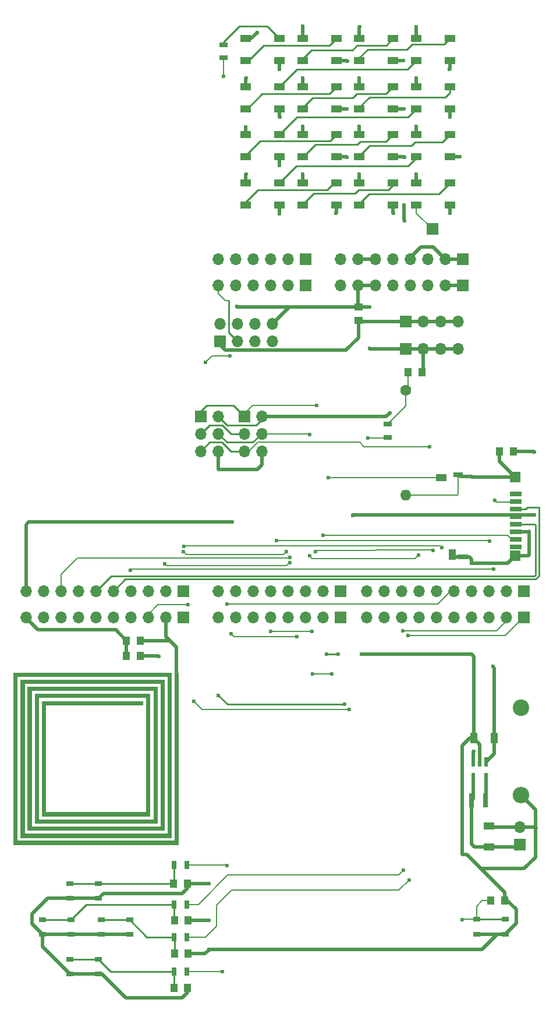
<source format=gtl>
G04 #@! TF.FileFunction,Copper,L1,Top,Signal*
%FSLAX46Y46*%
G04 Gerber Fmt 4.6, Leading zero omitted, Abs format (unit mm)*
G04 Created by KiCad (PCBNEW 4.0.7-e2-6376~58~ubuntu14.04.1) date Tue Sep  5 20:37:50 2017*
%MOMM*%
%LPD*%
G01*
G04 APERTURE LIST*
%ADD10C,0.100000*%
%ADD11C,0.010000*%
%ADD12C,2.400000*%
%ADD13O,2.400000X2.400000*%
%ADD14R,1.000000X1.250000*%
%ADD15R,1.250000X1.000000*%
%ADD16R,1.000000X1.600000*%
%ADD17R,1.600000X1.000000*%
%ADD18R,1.500000X1.000000*%
%ADD19R,1.700000X1.700000*%
%ADD20O,1.700000X1.700000*%
%ADD21C,0.500000*%
%ADD22R,0.800000X2.000000*%
%ADD23R,1.300000X0.700000*%
%ADD24R,0.700000X1.300000*%
%ADD25R,1.050000X0.650000*%
%ADD26C,1.600000*%
%ADD27O,1.600000X1.600000*%
%ADD28R,0.558800X1.320800*%
%ADD29R,1.750440X0.700176*%
%ADD30R,1.752980X0.701191*%
%ADD31R,1.751610X0.700643*%
%ADD32R,1.752180X0.700871*%
%ADD33R,1.752460X0.700982*%
%ADD34R,1.750430X0.700174*%
%ADD35R,1.751770X0.700710*%
%ADD36R,1.752640X0.701055*%
%ADD37R,1.500920X1.500920*%
%ADD38R,1.501800X1.501800*%
%ADD39R,1.501100X0.800585*%
%ADD40R,1.400640X0.800364*%
%ADD41R,1.000010X1.500010*%
%ADD42R,1.501930X1.001290*%
%ADD43C,0.600000*%
%ADD44C,0.500000*%
%ADD45C,0.200000*%
%ADD46C,0.250000*%
G04 APERTURE END LIST*
D10*
D11*
G36*
X93943651Y-146065876D02*
X81948500Y-146059500D01*
X81942125Y-133556350D01*
X81935749Y-121053200D01*
X104897400Y-121053200D01*
X104897401Y-133042029D01*
X104897401Y-145030858D01*
X93943650Y-145024479D01*
X82989900Y-145018100D01*
X82983523Y-133556350D01*
X82977145Y-122094600D01*
X103856000Y-122094600D01*
X103856000Y-143989464D01*
X84031300Y-143976700D01*
X84024920Y-133556350D01*
X84018539Y-123136000D01*
X102840000Y-123136000D01*
X102840000Y-142948000D01*
X93986286Y-142948000D01*
X93179162Y-142947979D01*
X92421335Y-142947913D01*
X91711301Y-142947795D01*
X91047556Y-142947619D01*
X90428598Y-142947379D01*
X89852922Y-142947070D01*
X89319026Y-142946684D01*
X88825407Y-142946216D01*
X88370559Y-142945659D01*
X87952981Y-142945008D01*
X87571168Y-142944256D01*
X87223618Y-142943397D01*
X86908827Y-142942425D01*
X86625291Y-142941334D01*
X86371507Y-142940117D01*
X86145971Y-142938770D01*
X85947181Y-142937284D01*
X85773633Y-142935655D01*
X85623823Y-142933876D01*
X85496247Y-142931941D01*
X85389404Y-142929844D01*
X85301788Y-142927579D01*
X85231897Y-142925140D01*
X85178227Y-142922519D01*
X85139274Y-142919713D01*
X85113537Y-142916713D01*
X85099509Y-142913515D01*
X85096286Y-142911714D01*
X85093067Y-142903458D01*
X85090039Y-142884348D01*
X85087197Y-142852923D01*
X85084535Y-142807721D01*
X85082047Y-142747279D01*
X85079728Y-142670136D01*
X85077573Y-142574831D01*
X85075575Y-142459900D01*
X85073729Y-142323882D01*
X85072029Y-142165315D01*
X85070469Y-141982738D01*
X85069045Y-141774687D01*
X85067750Y-141539702D01*
X85066578Y-141276321D01*
X85065525Y-140983080D01*
X85064584Y-140658519D01*
X85063750Y-140301176D01*
X85063017Y-139909588D01*
X85062379Y-139482294D01*
X85061831Y-139017831D01*
X85061367Y-138514739D01*
X85060982Y-137971554D01*
X85060669Y-137386815D01*
X85060424Y-136759060D01*
X85060240Y-136086826D01*
X85060113Y-135368653D01*
X85060035Y-134603078D01*
X85060002Y-133788640D01*
X85060000Y-133513714D01*
X85060000Y-124152000D01*
X101773200Y-124152000D01*
X101773200Y-141906681D01*
X93943650Y-141900290D01*
X86114100Y-141893900D01*
X86101324Y-125218800D01*
X100731800Y-125218800D01*
X100731800Y-125777600D01*
X86660200Y-125777600D01*
X86660200Y-141347800D01*
X101239800Y-141347800D01*
X101239800Y-124685400D01*
X85618800Y-124685400D01*
X85618800Y-142389200D01*
X102332000Y-142389200D01*
X102332000Y-123669400D01*
X84577400Y-123669400D01*
X84577400Y-143430600D01*
X103348000Y-143430600D01*
X103348000Y-122653400D01*
X83536000Y-122653400D01*
X83536000Y-144472000D01*
X104389400Y-144472000D01*
X104389400Y-121612000D01*
X82494600Y-121612000D01*
X82494600Y-145513400D01*
X105405400Y-145513400D01*
X105405400Y-121053200D01*
X105938800Y-121053200D01*
X105938801Y-133562726D01*
X105938801Y-146072253D01*
X93943651Y-146065876D01*
X93943651Y-146065876D01*
G37*
X93943651Y-146065876D02*
X81948500Y-146059500D01*
X81942125Y-133556350D01*
X81935749Y-121053200D01*
X104897400Y-121053200D01*
X104897401Y-133042029D01*
X104897401Y-145030858D01*
X93943650Y-145024479D01*
X82989900Y-145018100D01*
X82983523Y-133556350D01*
X82977145Y-122094600D01*
X103856000Y-122094600D01*
X103856000Y-143989464D01*
X84031300Y-143976700D01*
X84024920Y-133556350D01*
X84018539Y-123136000D01*
X102840000Y-123136000D01*
X102840000Y-142948000D01*
X93986286Y-142948000D01*
X93179162Y-142947979D01*
X92421335Y-142947913D01*
X91711301Y-142947795D01*
X91047556Y-142947619D01*
X90428598Y-142947379D01*
X89852922Y-142947070D01*
X89319026Y-142946684D01*
X88825407Y-142946216D01*
X88370559Y-142945659D01*
X87952981Y-142945008D01*
X87571168Y-142944256D01*
X87223618Y-142943397D01*
X86908827Y-142942425D01*
X86625291Y-142941334D01*
X86371507Y-142940117D01*
X86145971Y-142938770D01*
X85947181Y-142937284D01*
X85773633Y-142935655D01*
X85623823Y-142933876D01*
X85496247Y-142931941D01*
X85389404Y-142929844D01*
X85301788Y-142927579D01*
X85231897Y-142925140D01*
X85178227Y-142922519D01*
X85139274Y-142919713D01*
X85113537Y-142916713D01*
X85099509Y-142913515D01*
X85096286Y-142911714D01*
X85093067Y-142903458D01*
X85090039Y-142884348D01*
X85087197Y-142852923D01*
X85084535Y-142807721D01*
X85082047Y-142747279D01*
X85079728Y-142670136D01*
X85077573Y-142574831D01*
X85075575Y-142459900D01*
X85073729Y-142323882D01*
X85072029Y-142165315D01*
X85070469Y-141982738D01*
X85069045Y-141774687D01*
X85067750Y-141539702D01*
X85066578Y-141276321D01*
X85065525Y-140983080D01*
X85064584Y-140658519D01*
X85063750Y-140301176D01*
X85063017Y-139909588D01*
X85062379Y-139482294D01*
X85061831Y-139017831D01*
X85061367Y-138514739D01*
X85060982Y-137971554D01*
X85060669Y-137386815D01*
X85060424Y-136759060D01*
X85060240Y-136086826D01*
X85060113Y-135368653D01*
X85060035Y-134603078D01*
X85060002Y-133788640D01*
X85060000Y-133513714D01*
X85060000Y-124152000D01*
X101773200Y-124152000D01*
X101773200Y-141906681D01*
X93943650Y-141900290D01*
X86114100Y-141893900D01*
X86101324Y-125218800D01*
X100731800Y-125218800D01*
X100731800Y-125777600D01*
X86660200Y-125777600D01*
X86660200Y-141347800D01*
X101239800Y-141347800D01*
X101239800Y-124685400D01*
X85618800Y-124685400D01*
X85618800Y-142389200D01*
X102332000Y-142389200D01*
X102332000Y-123669400D01*
X84577400Y-123669400D01*
X84577400Y-143430600D01*
X103348000Y-143430600D01*
X103348000Y-122653400D01*
X83536000Y-122653400D01*
X83536000Y-144472000D01*
X104389400Y-144472000D01*
X104389400Y-121612000D01*
X82494600Y-121612000D01*
X82494600Y-145513400D01*
X105405400Y-145513400D01*
X105405400Y-121053200D01*
X105938800Y-121053200D01*
X105938801Y-133562726D01*
X105938801Y-146072253D01*
X93943651Y-146065876D01*
D12*
X155800000Y-126200000D03*
D13*
X155800000Y-138900000D03*
D14*
X98400000Y-116400000D03*
X100400000Y-116400000D03*
X100400000Y-118650000D03*
X98400000Y-118650000D03*
D15*
X132140000Y-67880000D03*
X132140000Y-69880000D03*
D14*
X152670000Y-88900000D03*
X154670000Y-88900000D03*
X107250000Y-151750000D03*
X105250000Y-151750000D03*
X107400000Y-157100000D03*
X105400000Y-157100000D03*
X107400000Y-161900000D03*
X105400000Y-161900000D03*
X107300000Y-166900000D03*
X105300000Y-166900000D03*
X153400000Y-154200000D03*
X151400000Y-154200000D03*
X141400000Y-77400000D03*
X139400000Y-77400000D03*
D16*
X151900000Y-130600000D03*
X148900000Y-130600000D03*
D17*
X151100000Y-146400000D03*
X151100000Y-143400000D03*
D18*
X115785000Y-28920000D03*
X120685000Y-28920000D03*
X115785000Y-32120000D03*
X120685000Y-32120000D03*
X124040000Y-28920000D03*
X128940000Y-28920000D03*
X124040000Y-32120000D03*
X128940000Y-32120000D03*
X132295000Y-28920000D03*
X137195000Y-28920000D03*
X132295000Y-32120000D03*
X137195000Y-32120000D03*
X140550000Y-28920000D03*
X145450000Y-28920000D03*
X140550000Y-32120000D03*
X145450000Y-32120000D03*
X115785000Y-35905000D03*
X120685000Y-35905000D03*
X115785000Y-39105000D03*
X120685000Y-39105000D03*
X124040000Y-35905000D03*
X128940000Y-35905000D03*
X124040000Y-39105000D03*
X128940000Y-39105000D03*
X132295000Y-35905000D03*
X137195000Y-35905000D03*
X132295000Y-39105000D03*
X137195000Y-39105000D03*
X140550000Y-35905000D03*
X145450000Y-35905000D03*
X140550000Y-39105000D03*
X145450000Y-39105000D03*
X115785000Y-42890000D03*
X120685000Y-42890000D03*
X115785000Y-46090000D03*
X120685000Y-46090000D03*
X124040000Y-42890000D03*
X128940000Y-42890000D03*
X124040000Y-46090000D03*
X128940000Y-46090000D03*
X132295000Y-42890000D03*
X137195000Y-42890000D03*
X132295000Y-46090000D03*
X137195000Y-46090000D03*
X140550000Y-42890000D03*
X145450000Y-42890000D03*
X140550000Y-46090000D03*
X145450000Y-46090000D03*
X115785000Y-49875000D03*
X120685000Y-49875000D03*
X115785000Y-53075000D03*
X120685000Y-53075000D03*
X124040000Y-49875000D03*
X128940000Y-49875000D03*
X124040000Y-53075000D03*
X128940000Y-53075000D03*
X132295000Y-49875000D03*
X137195000Y-49875000D03*
X132295000Y-53075000D03*
X137195000Y-53075000D03*
X140550000Y-49875000D03*
X145450000Y-49875000D03*
X140550000Y-53075000D03*
X145450000Y-53075000D03*
D19*
X112014000Y-72898000D03*
D20*
X112014000Y-70358000D03*
X114554000Y-72898000D03*
X114554000Y-70358000D03*
X117094000Y-72898000D03*
X117094000Y-70358000D03*
X119634000Y-72898000D03*
X119634000Y-70358000D03*
D19*
X139000000Y-70000000D03*
D20*
X141540000Y-70000000D03*
X144080000Y-70000000D03*
X146620000Y-70000000D03*
D19*
X147320000Y-60960000D03*
D20*
X144780000Y-60960000D03*
X142240000Y-60960000D03*
X139700000Y-60960000D03*
X137160000Y-60960000D03*
X134620000Y-60960000D03*
X132080000Y-60960000D03*
X129540000Y-60960000D03*
D19*
X147320000Y-64770000D03*
D20*
X144780000Y-64770000D03*
X142240000Y-64770000D03*
X139700000Y-64770000D03*
X137160000Y-64770000D03*
X134620000Y-64770000D03*
X132080000Y-64770000D03*
X129540000Y-64770000D03*
D19*
X156210000Y-113030000D03*
D20*
X153670000Y-113030000D03*
X151130000Y-113030000D03*
X148590000Y-113030000D03*
X146050000Y-113030000D03*
X143510000Y-113030000D03*
X140970000Y-113030000D03*
X138430000Y-113030000D03*
X135890000Y-113030000D03*
X133350000Y-113030000D03*
D19*
X156210000Y-109220000D03*
D20*
X153670000Y-109220000D03*
X151130000Y-109220000D03*
X148590000Y-109220000D03*
X146050000Y-109220000D03*
X143510000Y-109220000D03*
X140970000Y-109220000D03*
X138430000Y-109220000D03*
X135890000Y-109220000D03*
X133350000Y-109220000D03*
D19*
X129540000Y-113030000D03*
D20*
X127000000Y-113030000D03*
X124460000Y-113030000D03*
X121920000Y-113030000D03*
X119380000Y-113030000D03*
X116840000Y-113030000D03*
X114300000Y-113030000D03*
X111760000Y-113030000D03*
D19*
X129540000Y-109220000D03*
D20*
X127000000Y-109220000D03*
X124460000Y-109220000D03*
X121920000Y-109220000D03*
X119380000Y-109220000D03*
X116840000Y-109220000D03*
X114300000Y-109220000D03*
X111760000Y-109220000D03*
D19*
X124460000Y-60960000D03*
D20*
X121920000Y-60960000D03*
X119380000Y-60960000D03*
X116840000Y-60960000D03*
X114300000Y-60960000D03*
X111760000Y-60960000D03*
D19*
X124460000Y-64770000D03*
D20*
X121920000Y-64770000D03*
X119380000Y-64770000D03*
X116840000Y-64770000D03*
X114300000Y-64770000D03*
X111760000Y-64770000D03*
D19*
X106680000Y-113030000D03*
D20*
X104140000Y-113030000D03*
X101600000Y-113030000D03*
X99060000Y-113030000D03*
X96520000Y-113030000D03*
X93980000Y-113030000D03*
X91440000Y-113030000D03*
X88900000Y-113030000D03*
X86360000Y-113030000D03*
X83820000Y-113030000D03*
D19*
X106680000Y-109220000D03*
D20*
X104140000Y-109220000D03*
X101600000Y-109220000D03*
X99060000Y-109220000D03*
X96520000Y-109220000D03*
X93980000Y-109220000D03*
X91440000Y-109220000D03*
X88900000Y-109220000D03*
X86360000Y-109220000D03*
X83820000Y-109220000D03*
D19*
X139000000Y-74000000D03*
D20*
X141540000Y-74000000D03*
X144080000Y-74000000D03*
X146620000Y-74000000D03*
D19*
X109220000Y-83820000D03*
D20*
X111760000Y-83820000D03*
X109220000Y-86360000D03*
X111760000Y-86360000D03*
X109220000Y-88900000D03*
X111760000Y-88900000D03*
D19*
X115570000Y-83820000D03*
D20*
X118110000Y-83820000D03*
X115570000Y-86360000D03*
X118110000Y-86360000D03*
X115570000Y-88900000D03*
X118110000Y-88900000D03*
D19*
X155600000Y-146100000D03*
D20*
X155600000Y-143560000D03*
D21*
X105700000Y-121300000D03*
X100450000Y-125500000D03*
D22*
X148600000Y-139600000D03*
X150600000Y-139600000D03*
D23*
X112522000Y-29784000D03*
X112522000Y-31684000D03*
D24*
X105300000Y-149000000D03*
X107200000Y-149000000D03*
X105300000Y-154750000D03*
X107200000Y-154750000D03*
X105300000Y-159500000D03*
X107200000Y-159500000D03*
X105300000Y-164500000D03*
X107200000Y-164500000D03*
D23*
X136400000Y-84950000D03*
X136400000Y-86850000D03*
D25*
X90205000Y-153865000D03*
X94355000Y-153865000D03*
X94355000Y-151715000D03*
X90205000Y-151715000D03*
X86205000Y-159115000D03*
X90355000Y-159115000D03*
X90355000Y-156965000D03*
X86205000Y-156965000D03*
X94705000Y-159115000D03*
X98855000Y-159115000D03*
X98855000Y-156965000D03*
X94705000Y-156965000D03*
X90205000Y-164865000D03*
X94355000Y-164865000D03*
X94355000Y-162715000D03*
X90205000Y-162715000D03*
X149335000Y-159075000D03*
X153485000Y-159075000D03*
X153485000Y-156925000D03*
X149335000Y-156925000D03*
D26*
X139000000Y-80000000D03*
D27*
X139000000Y-95240000D03*
D28*
X150739800Y-134031600D03*
X149800000Y-134031600D03*
X148860200Y-134031600D03*
X148860200Y-136368400D03*
X150739800Y-136368400D03*
D19*
X142900000Y-56600000D03*
D29*
X155038000Y-95075000D03*
D30*
X155038000Y-96175000D03*
D31*
X155038000Y-97275000D03*
D32*
X155038000Y-98375000D03*
D33*
X155038000Y-99475000D03*
D34*
X155038000Y-100575000D03*
D35*
X155038000Y-101675000D03*
D36*
X155038000Y-102775000D03*
D37*
X154913000Y-104075000D03*
D38*
X154913000Y-92625000D03*
D39*
X147313000Y-104250000D03*
D40*
X146663000Y-92300000D03*
D41*
X145813000Y-103895000D03*
D42*
X144213000Y-92700000D03*
D43*
X151900000Y-132550000D03*
X148900000Y-132500000D03*
X151700000Y-120200000D03*
X110400000Y-151700000D03*
X110400000Y-161290000D03*
X110400000Y-157100000D03*
X148600000Y-92600000D03*
X113710000Y-91550000D03*
X129200000Y-118400000D03*
X127500000Y-118400000D03*
X148600000Y-118400000D03*
X132600000Y-118400000D03*
X113800000Y-99200000D03*
X148620000Y-105180000D03*
X148620000Y-105180000D03*
X133780000Y-73960000D03*
X133790000Y-67910000D03*
X114440000Y-67850000D03*
X120690000Y-33360000D03*
X130520000Y-32200000D03*
X138710000Y-32110000D03*
X145410000Y-33380000D03*
X120710000Y-40330000D03*
X130470000Y-39140000D03*
X138740000Y-39120000D03*
X145450000Y-40350000D03*
X146890000Y-46110000D03*
X138830000Y-46120000D03*
X130490000Y-46130000D03*
X120680000Y-47330000D03*
X145440000Y-54310000D03*
X137210000Y-54280000D03*
X128910000Y-54300000D03*
X120690000Y-54350000D03*
X138800000Y-53100000D03*
X138850000Y-55350000D03*
X157740000Y-88960000D03*
X131290000Y-98190000D03*
X130310000Y-74210000D03*
X140560000Y-27190000D03*
X132300000Y-27220000D03*
X124010000Y-27130000D03*
X140570000Y-34660000D03*
X132280000Y-34640000D03*
X124040000Y-34650000D03*
X115820000Y-34630000D03*
X140560000Y-41680000D03*
X132290000Y-41670000D03*
X124030000Y-41690000D03*
X115780000Y-41720000D03*
X115810000Y-48620000D03*
X124050000Y-48620000D03*
X132290000Y-48600000D03*
X140550000Y-48610000D03*
X117410000Y-28040000D03*
X157760000Y-98120000D03*
X104000000Y-105300000D03*
X122200000Y-105100000D03*
X103150000Y-118750000D03*
X100450000Y-125500000D03*
X106700000Y-103500000D03*
X121700000Y-103450000D03*
X147200000Y-157000000D03*
X151780000Y-106000000D03*
X151990000Y-95990000D03*
X99000000Y-106150000D03*
X126990000Y-101120000D03*
X127750000Y-92750000D03*
X109890000Y-75980000D03*
X113430000Y-75030000D03*
X122200000Y-104300000D03*
X142500000Y-88200000D03*
X136700000Y-83300000D03*
X139500000Y-151200000D03*
X139400000Y-115700000D03*
X138700000Y-149800000D03*
X138600000Y-115000000D03*
X112520000Y-34370000D03*
X120240000Y-101900000D03*
X151180000Y-101970000D03*
X113000000Y-149100000D03*
X113000000Y-111100000D03*
X106800000Y-102700000D03*
X144300000Y-102900000D03*
X143000000Y-103300000D03*
X125940000Y-103450000D03*
X126070000Y-82240000D03*
X125100000Y-86460000D03*
X125030000Y-104080000D03*
X140900000Y-103960000D03*
X133500000Y-87000000D03*
X128300000Y-121300000D03*
X125500000Y-121300000D03*
X125400000Y-115100000D03*
X119400000Y-115100000D03*
X130100000Y-125700000D03*
X111800000Y-124400000D03*
X113650000Y-115400000D03*
X112350000Y-164500000D03*
X123200000Y-115850000D03*
X130800000Y-126400000D03*
X108200000Y-125200000D03*
X107400000Y-111200000D03*
D44*
X148860200Y-134031600D02*
X148860200Y-132539800D01*
X148900000Y-132500000D02*
X148860200Y-132539800D01*
X151900000Y-130600000D02*
X151900000Y-132550000D01*
X151900000Y-132550000D02*
X151900000Y-132871400D01*
X151900000Y-132871400D02*
X150739800Y-134031600D01*
X151900000Y-120400000D02*
X151900000Y-130600000D01*
X151700000Y-120200000D02*
X151900000Y-120400000D01*
X98400000Y-116400000D02*
X98400000Y-118650000D01*
X83820000Y-113030000D02*
X83820000Y-113120000D01*
X83820000Y-113120000D02*
X85550000Y-114850000D01*
X96850000Y-114850000D02*
X98400000Y-116400000D01*
X85550000Y-114850000D02*
X96850000Y-114850000D01*
X132080000Y-64770000D02*
X132080000Y-67820000D01*
X132080000Y-67820000D02*
X132140000Y-67880000D01*
X132080000Y-64770000D02*
X134620000Y-64770000D01*
X132080000Y-60960000D02*
X134620000Y-60960000D01*
X148900000Y-130600000D02*
X148900000Y-118700000D01*
X148900000Y-118700000D02*
X148600000Y-118400000D01*
X149800000Y-134031600D02*
X149800000Y-131500000D01*
X149800000Y-131500000D02*
X148900000Y-130600000D01*
X148300000Y-130600000D02*
X148900000Y-130600000D01*
X155600000Y-143560000D02*
X157900000Y-143560000D01*
X158000000Y-143700000D02*
X157900000Y-143700000D01*
X158000000Y-143660000D02*
X158000000Y-143700000D01*
X157900000Y-143560000D02*
X158000000Y-143660000D01*
X155600000Y-143560000D02*
X151260000Y-143560000D01*
X151260000Y-143560000D02*
X151100000Y-143400000D01*
X149950000Y-149550000D02*
X156250000Y-149550000D01*
X156250000Y-149550000D02*
X157900000Y-147900000D01*
X157900000Y-147900000D02*
X157900000Y-143700000D01*
X157900000Y-141000000D02*
X155800000Y-138900000D01*
X157900000Y-143700000D02*
X157900000Y-141000000D01*
X152345000Y-159075000D02*
X149335000Y-159075000D01*
X153485000Y-159075000D02*
X152345000Y-159075000D01*
X150130000Y-161290000D02*
X110400000Y-161290000D01*
X152345000Y-159075000D02*
X150130000Y-161290000D01*
X153400000Y-154200000D02*
X153800000Y-154200000D01*
X153800000Y-154200000D02*
X155100000Y-155500000D01*
X155100000Y-157460000D02*
X153485000Y-159075000D01*
X155100000Y-155500000D02*
X155100000Y-157460000D01*
X147200000Y-147500000D02*
X147900000Y-147500000D01*
X148300000Y-130600000D02*
X147200000Y-131700000D01*
X147200000Y-131700000D02*
X147200000Y-147500000D01*
X153400000Y-153000000D02*
X153400000Y-154200000D01*
X147900000Y-147500000D02*
X149950000Y-149550000D01*
X149950000Y-149550000D02*
X153400000Y-153000000D01*
X110350000Y-151750000D02*
X107250000Y-151750000D01*
X110400000Y-151700000D02*
X110350000Y-151750000D01*
X107400000Y-157100000D02*
X110400000Y-157100000D01*
D45*
X139000000Y-95240000D02*
X146560000Y-95240000D01*
X146663000Y-95137000D02*
X146663000Y-92300000D01*
X146560000Y-95240000D02*
X146663000Y-95137000D01*
D44*
X148600000Y-92600000D02*
X146963000Y-92600000D01*
X146963000Y-92600000D02*
X146663000Y-92300000D01*
X154913000Y-92625000D02*
X148625000Y-92625000D01*
X148625000Y-92625000D02*
X148600000Y-92600000D01*
X141540000Y-74000000D02*
X141540000Y-77260000D01*
X141540000Y-77260000D02*
X141400000Y-77400000D01*
X144080000Y-74000000D02*
X146620000Y-74000000D01*
X141540000Y-74000000D02*
X144080000Y-74000000D01*
X139000000Y-74000000D02*
X141540000Y-74000000D01*
X113710000Y-91550000D02*
X117450000Y-91550000D01*
X118110000Y-90890000D02*
X118110000Y-88900000D01*
X117450000Y-91550000D02*
X118110000Y-90890000D01*
X111760000Y-88900000D02*
X111760000Y-91460000D01*
X111800000Y-91500000D02*
X111760000Y-91460000D01*
X113660000Y-91500000D02*
X111800000Y-91500000D01*
X113660000Y-91500000D02*
X113710000Y-91550000D01*
D46*
X127500000Y-118400000D02*
X129200000Y-118400000D01*
D44*
X110400000Y-161290000D02*
X110400000Y-161350000D01*
X110400000Y-161350000D02*
X109850000Y-161900000D01*
X109850000Y-161900000D02*
X107400000Y-161900000D01*
X148600000Y-118400000D02*
X132600000Y-118400000D01*
X83820000Y-109220000D02*
X83820000Y-99580000D01*
X84200000Y-99200000D02*
X113800000Y-99200000D01*
X83820000Y-99580000D02*
X84200000Y-99200000D01*
X148620000Y-105180000D02*
X148620000Y-104620000D01*
X148250000Y-104250000D02*
X147313000Y-104250000D01*
X148620000Y-104620000D02*
X148250000Y-104250000D01*
X154588000Y-92300000D02*
X154913000Y-92625000D01*
X154913000Y-104075000D02*
X156925000Y-104075000D01*
X156925000Y-100575000D02*
X155038000Y-100575000D01*
X157000000Y-100500000D02*
X156925000Y-100575000D01*
X157000000Y-104000000D02*
X157000000Y-100500000D01*
X156925000Y-104075000D02*
X157000000Y-104000000D01*
X148620000Y-105180000D02*
X153808000Y-105180000D01*
X153808000Y-105180000D02*
X154913000Y-104075000D01*
X147313000Y-104250000D02*
X146168000Y-104250000D01*
X146168000Y-104250000D02*
X145813000Y-103895000D01*
X146750000Y-92387000D02*
X146663000Y-92300000D01*
X152670000Y-88900000D02*
X152670000Y-90382000D01*
X152670000Y-90382000D02*
X154913000Y-92625000D01*
X139000000Y-74000000D02*
X133820000Y-74000000D01*
X133820000Y-74000000D02*
X133780000Y-73960000D01*
X133760000Y-67880000D02*
X132140000Y-67880000D01*
X133790000Y-67910000D02*
X133760000Y-67880000D01*
X122112000Y-67880000D02*
X114470000Y-67880000D01*
X114470000Y-67880000D02*
X114440000Y-67850000D01*
X132140000Y-67880000D02*
X122112000Y-67880000D01*
X122112000Y-67880000D02*
X119634000Y-70358000D01*
X132210000Y-67810000D02*
X132140000Y-67880000D01*
X120685000Y-32120000D02*
X120685000Y-33355000D01*
X120685000Y-33355000D02*
X120690000Y-33360000D01*
X128940000Y-32120000D02*
X130440000Y-32120000D01*
X130440000Y-32120000D02*
X130520000Y-32200000D01*
X137195000Y-32120000D02*
X138700000Y-32120000D01*
X138700000Y-32120000D02*
X138710000Y-32110000D01*
X145450000Y-32120000D02*
X145450000Y-33340000D01*
X145450000Y-33340000D02*
X145410000Y-33380000D01*
X120685000Y-39105000D02*
X120685000Y-40305000D01*
X120685000Y-40305000D02*
X120710000Y-40330000D01*
X128940000Y-39105000D02*
X130435000Y-39105000D01*
X130435000Y-39105000D02*
X130470000Y-39140000D01*
X137195000Y-39105000D02*
X138725000Y-39105000D01*
X138725000Y-39105000D02*
X138740000Y-39120000D01*
X145450000Y-39105000D02*
X145450000Y-40350000D01*
X145450000Y-46090000D02*
X146870000Y-46090000D01*
X146870000Y-46090000D02*
X146890000Y-46110000D01*
X137195000Y-46090000D02*
X138800000Y-46090000D01*
X138800000Y-46090000D02*
X138830000Y-46120000D01*
X130450000Y-46090000D02*
X128940000Y-46090000D01*
X130490000Y-46130000D02*
X130450000Y-46090000D01*
X120685000Y-46090000D02*
X120685000Y-47325000D01*
X120685000Y-47325000D02*
X120680000Y-47330000D01*
X145450000Y-53075000D02*
X145450000Y-54300000D01*
X145450000Y-54300000D02*
X145440000Y-54310000D01*
X137195000Y-53075000D02*
X137195000Y-54265000D01*
X137195000Y-54265000D02*
X137210000Y-54280000D01*
X128940000Y-53075000D02*
X128940000Y-54270000D01*
X128940000Y-54270000D02*
X128910000Y-54300000D01*
X120685000Y-53075000D02*
X120685000Y-54345000D01*
X120685000Y-54345000D02*
X120690000Y-54350000D01*
X83820000Y-109220000D02*
X83820000Y-108980000D01*
X94355000Y-164865000D02*
X94815000Y-164865000D01*
X94815000Y-164865000D02*
X98300000Y-168350000D01*
X107300000Y-167550000D02*
X107300000Y-166900000D01*
X106500000Y-168350000D02*
X107300000Y-167550000D01*
X98300000Y-168350000D02*
X106500000Y-168350000D01*
X90205000Y-164865000D02*
X94355000Y-164865000D01*
X86205000Y-159115000D02*
X86205000Y-160865000D01*
X86205000Y-160865000D02*
X90205000Y-164865000D01*
X94705000Y-159115000D02*
X98855000Y-159115000D01*
X90355000Y-159115000D02*
X94705000Y-159115000D01*
X86205000Y-159115000D02*
X90355000Y-159115000D01*
X90205000Y-153865000D02*
X86985000Y-153865000D01*
X84700000Y-157610000D02*
X86205000Y-159115000D01*
X84700000Y-156150000D02*
X84700000Y-157610000D01*
X86985000Y-153865000D02*
X84700000Y-156150000D01*
X94355000Y-153865000D02*
X90205000Y-153865000D01*
X107250000Y-151750000D02*
X107250000Y-152450000D01*
X95070000Y-153150000D02*
X94355000Y-153865000D01*
X106550000Y-153150000D02*
X95070000Y-153150000D01*
X107250000Y-152450000D02*
X106550000Y-153150000D01*
X139700000Y-60960000D02*
X139700000Y-60700000D01*
X139700000Y-60700000D02*
X141200000Y-59200000D01*
X143020000Y-59200000D02*
X144780000Y-60960000D01*
X141200000Y-59200000D02*
X143020000Y-59200000D01*
X138800000Y-55300000D02*
X138800000Y-53100000D01*
X138850000Y-55350000D02*
X138800000Y-55300000D01*
X144780000Y-64770000D02*
X147320000Y-64770000D01*
X144780000Y-60960000D02*
X147320000Y-60960000D01*
X144080000Y-70000000D02*
X146620000Y-70000000D01*
X141540000Y-70000000D02*
X144080000Y-70000000D01*
X139000000Y-70000000D02*
X141540000Y-70000000D01*
X157760000Y-98120000D02*
X155293000Y-98120000D01*
X155293000Y-98120000D02*
X155038000Y-98375000D01*
X157680000Y-88900000D02*
X154670000Y-88900000D01*
X157740000Y-88960000D02*
X157680000Y-88900000D01*
X156038000Y-98125000D02*
X131355000Y-98125000D01*
X131355000Y-98125000D02*
X131290000Y-98190000D01*
X112014000Y-72898000D02*
X112014000Y-73464000D01*
X112014000Y-73464000D02*
X112760000Y-74210000D01*
X112760000Y-74210000D02*
X130310000Y-74210000D01*
X130310000Y-74210000D02*
X132140000Y-72380000D01*
X132140000Y-72380000D02*
X132140000Y-69880000D01*
X132260000Y-70000000D02*
X136310000Y-70000000D01*
X136310000Y-70000000D02*
X139000000Y-70000000D01*
X132260000Y-70000000D02*
X132140000Y-69880000D01*
X140550000Y-28920000D02*
X140550000Y-27200000D01*
X140550000Y-27200000D02*
X140560000Y-27190000D01*
X132295000Y-28920000D02*
X132295000Y-27225000D01*
X132295000Y-27225000D02*
X132300000Y-27220000D01*
X124040000Y-28920000D02*
X124040000Y-27160000D01*
X124040000Y-27160000D02*
X124010000Y-27130000D01*
X140550000Y-35905000D02*
X140550000Y-34680000D01*
X140550000Y-34680000D02*
X140570000Y-34660000D01*
X132295000Y-35905000D02*
X132295000Y-34655000D01*
X132295000Y-34655000D02*
X132280000Y-34640000D01*
X124040000Y-35905000D02*
X124040000Y-34650000D01*
X115785000Y-35905000D02*
X115785000Y-34665000D01*
X115785000Y-34665000D02*
X115820000Y-34630000D01*
X140550000Y-42890000D02*
X140550000Y-41690000D01*
X140550000Y-41690000D02*
X140560000Y-41680000D01*
X132295000Y-42890000D02*
X132295000Y-41675000D01*
X132295000Y-41675000D02*
X132290000Y-41670000D01*
X124040000Y-42890000D02*
X124040000Y-41700000D01*
X124040000Y-41700000D02*
X124030000Y-41690000D01*
X115785000Y-42890000D02*
X115785000Y-41725000D01*
X115785000Y-41725000D02*
X115780000Y-41720000D01*
X115785000Y-49875000D02*
X115785000Y-48645000D01*
X115785000Y-48645000D02*
X115810000Y-48620000D01*
X124040000Y-49875000D02*
X124040000Y-48630000D01*
X124040000Y-48630000D02*
X124050000Y-48620000D01*
X132295000Y-49875000D02*
X132295000Y-48605000D01*
X132295000Y-48605000D02*
X132290000Y-48600000D01*
X140550000Y-49875000D02*
X140550000Y-48610000D01*
X115785000Y-28920000D02*
X116530000Y-28920000D01*
X116530000Y-28920000D02*
X117410000Y-28040000D01*
X156038000Y-98125000D02*
X157755000Y-98125000D01*
X157755000Y-98125000D02*
X157760000Y-98120000D01*
D46*
X112522000Y-29784000D02*
X112522000Y-29428000D01*
X118915000Y-27150000D02*
X120685000Y-28920000D01*
X114800000Y-27150000D02*
X118915000Y-27150000D01*
X112522000Y-29428000D02*
X114800000Y-27150000D01*
X115785000Y-32120000D02*
X116180000Y-32120000D01*
X116180000Y-32120000D02*
X118400000Y-29900000D01*
X118400000Y-29900000D02*
X127960000Y-29900000D01*
X127960000Y-29900000D02*
X128940000Y-28920000D01*
X124040000Y-32120000D02*
X124040000Y-31810000D01*
X124040000Y-31810000D02*
X125300000Y-30550000D01*
X125300000Y-30550000D02*
X131300000Y-30550000D01*
X131300000Y-30550000D02*
X131950000Y-29900000D01*
X131950000Y-29900000D02*
X136215000Y-29900000D01*
X136215000Y-29900000D02*
X137195000Y-28920000D01*
X132295000Y-32120000D02*
X132295000Y-31705000D01*
X132295000Y-31705000D02*
X133500000Y-30500000D01*
X133500000Y-30500000D02*
X139200000Y-30500000D01*
X139200000Y-30500000D02*
X139950000Y-29750000D01*
X139950000Y-29750000D02*
X144620000Y-29750000D01*
X144620000Y-29750000D02*
X145450000Y-28920000D01*
X140550000Y-32120000D02*
X140530000Y-32120000D01*
X140530000Y-32120000D02*
X139250000Y-33400000D01*
X139250000Y-33400000D02*
X123190000Y-33400000D01*
X123190000Y-33400000D02*
X120685000Y-35905000D01*
X115785000Y-39105000D02*
X115995000Y-39105000D01*
X115995000Y-39105000D02*
X118150000Y-36950000D01*
X118150000Y-36950000D02*
X127895000Y-36950000D01*
X127895000Y-36950000D02*
X128940000Y-35905000D01*
X124040000Y-39105000D02*
X124040000Y-38960000D01*
X124040000Y-38960000D02*
X125450000Y-37550000D01*
X125450000Y-37550000D02*
X131350000Y-37550000D01*
X131350000Y-37550000D02*
X131950000Y-36950000D01*
X131950000Y-36950000D02*
X136150000Y-36950000D01*
X136150000Y-36950000D02*
X137195000Y-35905000D01*
X144450000Y-37450000D02*
X144750000Y-37450000D01*
X133750000Y-37450000D02*
X144450000Y-37450000D01*
X132295000Y-38905000D02*
X133750000Y-37450000D01*
X145450000Y-36750000D02*
X145450000Y-35905000D01*
X144750000Y-37450000D02*
X145450000Y-36750000D01*
X132295000Y-39105000D02*
X132295000Y-38905000D01*
X140550000Y-39105000D02*
X140550000Y-39150000D01*
X140550000Y-39150000D02*
X139350000Y-40350000D01*
X139350000Y-40350000D02*
X123225000Y-40350000D01*
X123225000Y-40350000D02*
X120685000Y-42890000D01*
X115785000Y-46090000D02*
X115785000Y-45865000D01*
X115785000Y-45865000D02*
X117850000Y-43800000D01*
X117850000Y-43800000D02*
X128030000Y-43800000D01*
X128030000Y-43800000D02*
X128940000Y-42890000D01*
X131300000Y-44300000D02*
X132000000Y-44300000D01*
X125900002Y-44300000D02*
X131300000Y-44300000D01*
X124110002Y-46090000D02*
X125900002Y-44300000D01*
X136185000Y-43900000D02*
X137195000Y-42890000D01*
X132400000Y-43900000D02*
X136185000Y-43900000D01*
X132000000Y-44300000D02*
X132400000Y-43900000D01*
X124040000Y-46090000D02*
X124110002Y-46090000D01*
X140350000Y-43950000D02*
X144390000Y-43950000D01*
X139850000Y-44450000D02*
X140350000Y-43950000D01*
X133800000Y-44450000D02*
X139850000Y-44450000D01*
X132295000Y-45955000D02*
X133800000Y-44450000D01*
X144390000Y-43950000D02*
X145450000Y-42890000D01*
X132295000Y-46090000D02*
X132295000Y-45955000D01*
X140550000Y-46090000D02*
X140550000Y-46250000D01*
X140550000Y-46250000D02*
X139350000Y-47450000D01*
X139350000Y-47450000D02*
X123110000Y-47450000D01*
X123110000Y-47450000D02*
X120685000Y-49875000D01*
X115785000Y-53075000D02*
X115785000Y-52665000D01*
X115785000Y-52665000D02*
X117550000Y-50900000D01*
X117550000Y-50900000D02*
X125200000Y-50900000D01*
X125200000Y-50900000D02*
X127600000Y-50900000D01*
X127600000Y-50900000D02*
X128625000Y-49875000D01*
X128625000Y-49875000D02*
X128940000Y-49875000D01*
X124040000Y-53075000D02*
X124040000Y-53010002D01*
X124040000Y-53010002D02*
X125650002Y-51400000D01*
X125650002Y-51400000D02*
X131700000Y-51400000D01*
X131700000Y-51400000D02*
X132200000Y-50900000D01*
X132200000Y-50900000D02*
X136500000Y-50900000D01*
X136500000Y-50900000D02*
X137195000Y-50205000D01*
X137195000Y-50205000D02*
X137195000Y-49875000D01*
X132295000Y-53075000D02*
X132295000Y-52905000D01*
X132295000Y-52905000D02*
X133700000Y-51500000D01*
X133700000Y-51500000D02*
X143825000Y-51500000D01*
X143825000Y-51500000D02*
X145450000Y-49875000D01*
D45*
X140550000Y-53075000D02*
X140550000Y-54250000D01*
X140550000Y-54250000D02*
X142900000Y-56600000D01*
D46*
X140550000Y-53075000D02*
X140550000Y-53100000D01*
D44*
X151100000Y-146400000D02*
X155300000Y-146400000D01*
X155300000Y-146400000D02*
X155600000Y-146100000D01*
X148600000Y-139600000D02*
X148600000Y-145950000D01*
X149050000Y-146400000D02*
X151100000Y-146400000D01*
X148600000Y-145950000D02*
X149050000Y-146400000D01*
X148860200Y-136368400D02*
X148860200Y-139339800D01*
X148860200Y-139339800D02*
X148600000Y-139600000D01*
X150739800Y-136368400D02*
X150739800Y-139460200D01*
X150739800Y-139460200D02*
X150600000Y-139600000D01*
X104140000Y-113030000D02*
X104140000Y-115840000D01*
X104140000Y-115840000D02*
X104700000Y-116400000D01*
X100400000Y-116400000D02*
X104700000Y-116400000D01*
X105700000Y-117400000D02*
X105700000Y-121300000D01*
X104700000Y-116400000D02*
X105700000Y-117400000D01*
D45*
X104200000Y-105500000D02*
X104000000Y-105300000D01*
X121700000Y-105500000D02*
X104200000Y-105500000D01*
X122200000Y-105100000D02*
X121700000Y-105500000D01*
D44*
X100400000Y-118650000D02*
X103050000Y-118650000D01*
X103050000Y-118650000D02*
X103150000Y-118750000D01*
D45*
X107100000Y-103900000D02*
X106700000Y-103500000D01*
X121250000Y-103900000D02*
X107100000Y-103900000D01*
X121700000Y-103450000D02*
X121250000Y-103900000D01*
D46*
X90205000Y-151715000D02*
X94355000Y-151715000D01*
X94355000Y-151715000D02*
X94390000Y-151750000D01*
X94390000Y-151750000D02*
X105250000Y-151750000D01*
X105250000Y-151750000D02*
X105300000Y-151700000D01*
X105300000Y-151700000D02*
X105300000Y-149000000D01*
X105300000Y-154750000D02*
X105300000Y-157000000D01*
X105300000Y-157000000D02*
X105400000Y-157100000D01*
X86205000Y-156965000D02*
X90355000Y-156965000D01*
X90355000Y-156965000D02*
X92570000Y-154750000D01*
X92570000Y-154750000D02*
X105300000Y-154750000D01*
X94705000Y-156965000D02*
X98855000Y-156965000D01*
X98855000Y-156965000D02*
X101390000Y-159500000D01*
X101390000Y-159500000D02*
X105300000Y-159500000D01*
X105300000Y-159500000D02*
X105400000Y-159600000D01*
X105400000Y-159600000D02*
X105400000Y-161900000D01*
X90205000Y-162715000D02*
X94355000Y-162715000D01*
X94355000Y-162715000D02*
X96140000Y-164500000D01*
X96140000Y-164500000D02*
X105300000Y-164500000D01*
X105300000Y-164500000D02*
X105300000Y-166900000D01*
D45*
X151400000Y-154200000D02*
X150150000Y-154200000D01*
X149335000Y-155015000D02*
X149335000Y-156925000D01*
X150150000Y-154200000D02*
X149335000Y-155015000D01*
X149335000Y-156925000D02*
X147275000Y-156925000D01*
X147275000Y-156925000D02*
X147200000Y-157000000D01*
D46*
X153485000Y-156925000D02*
X149335000Y-156925000D01*
D45*
X139000000Y-80000000D02*
X139000000Y-82350000D01*
X139000000Y-82350000D02*
X136400000Y-84950000D01*
X139400000Y-77400000D02*
X139400000Y-79600000D01*
X139400000Y-79600000D02*
X139000000Y-80000000D01*
X151990000Y-95990000D02*
X152250000Y-96250000D01*
X99150000Y-106000000D02*
X151600000Y-106000000D01*
X99000000Y-106150000D02*
X99150000Y-106000000D01*
X151600000Y-106000000D02*
X151780000Y-106000000D01*
X152250000Y-96250000D02*
X154963000Y-96250000D01*
X154963000Y-96250000D02*
X155038000Y-96175000D01*
D46*
X158410000Y-97030000D02*
X156720000Y-97030000D01*
X98240000Y-107500000D02*
X157900000Y-107500000D01*
X157900000Y-107500000D02*
X158400000Y-107000000D01*
X158400000Y-107000000D02*
X158400000Y-98000000D01*
X158400000Y-98000000D02*
X158410000Y-97030000D01*
X96520000Y-109220000D02*
X98240000Y-107500000D01*
X156475000Y-97275000D02*
X155038000Y-97275000D01*
X156720000Y-97030000D02*
X156475000Y-97275000D01*
X155063000Y-99500000D02*
X157750000Y-99500000D01*
X96200000Y-107000000D02*
X93980000Y-109220000D01*
X96200000Y-107000000D02*
X157700000Y-107000000D01*
X157700000Y-107000000D02*
X157949998Y-106750002D01*
X157949998Y-106750002D02*
X157949998Y-99600000D01*
X157949998Y-99600000D02*
X157750000Y-99500000D01*
X155063000Y-99500000D02*
X155038000Y-99475000D01*
D45*
X155063000Y-99500000D02*
X155038000Y-99475000D01*
X126990000Y-101120000D02*
X127010000Y-101100000D01*
X127010000Y-101100000D02*
X153860000Y-101100000D01*
X153860000Y-101100000D02*
X154185000Y-101425000D01*
X144213000Y-92700000D02*
X127800000Y-92700000D01*
X127800000Y-92700000D02*
X127750000Y-92750000D01*
X113300000Y-66950000D02*
X112750000Y-66950000D01*
D46*
X114554000Y-72898000D02*
X113300000Y-71644000D01*
X113300000Y-66950000D02*
X113300000Y-71644000D01*
D45*
X111760000Y-65960000D02*
X111760000Y-64770000D01*
X112750000Y-66950000D02*
X111760000Y-65960000D01*
X109890000Y-75980000D02*
X110840000Y-75030000D01*
X110840000Y-75030000D02*
X113430000Y-75030000D01*
X88900000Y-106800000D02*
X88900000Y-109220000D01*
X91300000Y-104400000D02*
X88900000Y-106800000D01*
X122100000Y-104400000D02*
X91300000Y-104400000D01*
X122200000Y-104300000D02*
X122100000Y-104400000D01*
X117500000Y-87600000D02*
X116200000Y-88900000D01*
X132900000Y-88200000D02*
X142500000Y-88200000D01*
X132300000Y-87600000D02*
X132900000Y-88200000D01*
X117500000Y-87600000D02*
X132300000Y-87600000D01*
X115570000Y-88900000D02*
X116200000Y-88900000D01*
D46*
X115570000Y-88900000D02*
X113600000Y-88900000D01*
X110520000Y-87600000D02*
X109220000Y-88900000D01*
X112300000Y-87600000D02*
X110520000Y-87600000D01*
X113600000Y-88900000D02*
X112300000Y-87600000D01*
D44*
X136180000Y-83820000D02*
X136700000Y-83300000D01*
X136180000Y-83820000D02*
X118110000Y-83820000D01*
D46*
X118110000Y-83820000D02*
X118110000Y-84290000D01*
X118110000Y-84290000D02*
X117300000Y-85100000D01*
X117300000Y-85100000D02*
X113040000Y-85100000D01*
X113040000Y-85100000D02*
X111760000Y-83820000D01*
D45*
X156210000Y-113030000D02*
X156170000Y-113030000D01*
X156170000Y-113030000D02*
X153500000Y-115700000D01*
X109900000Y-159500000D02*
X107200000Y-159500000D01*
X111500000Y-157900000D02*
X109900000Y-159500000D01*
X111500000Y-154900000D02*
X111500000Y-157900000D01*
X113700000Y-152700000D02*
X111500000Y-154900000D01*
X138000000Y-152700000D02*
X113700000Y-152700000D01*
X139500000Y-151200000D02*
X138000000Y-152700000D01*
X153500000Y-115700000D02*
X139400000Y-115700000D01*
X153670000Y-113030000D02*
X153670000Y-113530000D01*
X153670000Y-113530000D02*
X152200000Y-115000000D01*
X108850000Y-154750000D02*
X107200000Y-154750000D01*
X113100000Y-150500000D02*
X108850000Y-154750000D01*
X138000000Y-150500000D02*
X113100000Y-150500000D01*
X138700000Y-149800000D02*
X138000000Y-150500000D01*
X152200000Y-115000000D02*
X138600000Y-115000000D01*
X153670000Y-113030000D02*
X153670000Y-113230000D01*
X112522000Y-34368000D02*
X112522000Y-31684000D01*
X112520000Y-34370000D02*
X112522000Y-34368000D01*
X151110000Y-101900000D02*
X120240000Y-101900000D01*
X151180000Y-101970000D02*
X151110000Y-101900000D01*
X146050000Y-109220000D02*
X145580000Y-109220000D01*
X145580000Y-109220000D02*
X143700000Y-111100000D01*
X112900000Y-149000000D02*
X107200000Y-149000000D01*
X113000000Y-149100000D02*
X112900000Y-149000000D01*
X143700000Y-111100000D02*
X113000000Y-111100000D01*
X106900000Y-102600000D02*
X106800000Y-102700000D01*
X144000000Y-102600000D02*
X106900000Y-102600000D01*
X144300000Y-102900000D02*
X144000000Y-102600000D01*
D46*
X109220000Y-86360000D02*
X109240000Y-86360000D01*
X109240000Y-86360000D02*
X110501801Y-85098199D01*
X110501801Y-85098199D02*
X112398199Y-85098199D01*
X112398199Y-85098199D02*
X113660000Y-86360000D01*
X113660000Y-86360000D02*
X115570000Y-86360000D01*
D45*
X115570000Y-83820000D02*
X115570000Y-83440000D01*
X115570000Y-83440000D02*
X116770000Y-82240000D01*
X142960000Y-103260000D02*
X143000000Y-103300000D01*
X126120000Y-103270000D02*
X142960000Y-103260000D01*
X125940000Y-103450000D02*
X126120000Y-103270000D01*
X116770000Y-82240000D02*
X126070000Y-82240000D01*
D46*
X109220000Y-83820000D02*
X109220000Y-83080000D01*
X109220000Y-83080000D02*
X110100000Y-82200000D01*
X110100000Y-82200000D02*
X113950000Y-82200000D01*
X113950000Y-82200000D02*
X115570000Y-83820000D01*
D45*
X125000000Y-86360000D02*
X118110000Y-86360000D01*
X125100000Y-86460000D02*
X125000000Y-86360000D01*
X125420000Y-104470000D02*
X125030000Y-104080000D01*
X140390000Y-104470000D02*
X125420000Y-104470000D01*
X140900000Y-103960000D02*
X140390000Y-104470000D01*
D46*
X118110000Y-86360000D02*
X118040000Y-86360000D01*
X118040000Y-86360000D02*
X116800000Y-87600000D01*
X116800000Y-87600000D02*
X113000000Y-87600000D01*
X113000000Y-87600000D02*
X111760000Y-86360000D01*
X135890000Y-113030000D02*
X135890000Y-113190000D01*
D45*
X136250000Y-87000000D02*
X133500000Y-87000000D01*
X136250000Y-87000000D02*
X136400000Y-86850000D01*
X125500000Y-121300000D02*
X128300000Y-121300000D01*
X119400000Y-115100000D02*
X125400000Y-115100000D01*
D46*
X113100000Y-125700000D02*
X130100000Y-125700000D01*
X111800000Y-124400000D02*
X113100000Y-125700000D01*
D45*
X122500000Y-115800000D02*
X123150000Y-115800000D01*
X113650000Y-115400000D02*
X114050000Y-115800000D01*
X114050000Y-115800000D02*
X122500000Y-115800000D01*
X112350000Y-164500000D02*
X107200000Y-164500000D01*
X123150000Y-115800000D02*
X123200000Y-115850000D01*
X101600000Y-113030000D02*
X101600000Y-112600000D01*
X101600000Y-112600000D02*
X103000000Y-111200000D01*
X109400000Y-126400000D02*
X130800000Y-126400000D01*
X108200000Y-125200000D02*
X109400000Y-126400000D01*
X103000000Y-111200000D02*
X107400000Y-111200000D01*
M02*

</source>
